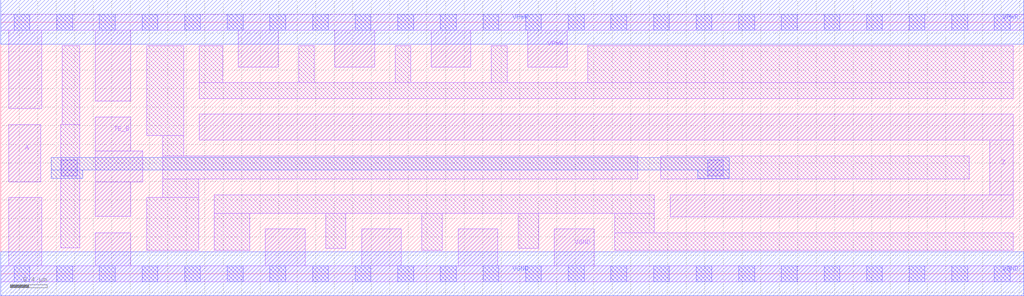
<source format=lef>
# Copyright 2020 The SkyWater PDK Authors
#
# Licensed under the Apache License, Version 2.0 (the "License");
# you may not use this file except in compliance with the License.
# You may obtain a copy of the License at
#
#     https://www.apache.org/licenses/LICENSE-2.0
#
# Unless required by applicable law or agreed to in writing, software
# distributed under the License is distributed on an "AS IS" BASIS,
# WITHOUT WARRANTIES OR CONDITIONS OF ANY KIND, either express or implied.
# See the License for the specific language governing permissions and
# limitations under the License.
#
# SPDX-License-Identifier: Apache-2.0

VERSION 5.7 ;
  NAMESCASESENSITIVE ON ;
  NOWIREEXTENSIONATPIN ON ;
  DIVIDERCHAR "/" ;
  BUSBITCHARS "[]" ;
UNITS
  DATABASE MICRONS 200 ;
END UNITS
PROPERTYDEFINITIONS
  MACRO maskLayoutSubType STRING ;
  MACRO prCellType STRING ;
  MACRO originalViewName STRING ;
END PROPERTYDEFINITIONS
MACRO sky130_fd_sc_hdll__ebufn_8
  CLASS CORE ;
  FOREIGN sky130_fd_sc_hdll__ebufn_8 ;
  ORIGIN  0.000000  0.000000 ;
  SIZE  11.04000 BY  2.720000 ;
  SYMMETRY X Y R90 ;
  SITE unithd ;
  PIN A
    ANTENNAGATEAREA  0.555000 ;
    DIRECTION INPUT ;
    USE SIGNAL ;
    PORT
      LAYER li1 ;
        RECT 0.085000 0.995000 0.430000 1.615000 ;
    END
  END A
  PIN TE_B
    ANTENNAGATEAREA  1.631100 ;
    DIRECTION INPUT ;
    USE SIGNAL ;
    PORT
      LAYER li1 ;
        RECT 1.020000 0.620000 1.405000 0.995000 ;
        RECT 1.020000 0.995000 1.530000 1.325000 ;
        RECT 1.020000 1.325000 1.405000 1.695000 ;
    END
  END TE_B
  PIN VGND
    ANTENNADIFFAREA  1.417000 ;
    DIRECTION INOUT ;
    USE SIGNAL ;
    PORT
      LAYER li1 ;
        RECT 0.000000 -0.085000 11.040000 0.085000 ;
        RECT 0.085000  0.085000  0.445000 0.825000 ;
        RECT 1.020000  0.085000  1.405000 0.445000 ;
        RECT 2.855000  0.085000  3.285000 0.485000 ;
        RECT 3.895000  0.085000  4.325000 0.485000 ;
        RECT 4.935000  0.085000  5.365000 0.485000 ;
        RECT 5.975000  0.085000  6.405000 0.485000 ;
      LAYER mcon ;
        RECT  0.145000 -0.085000  0.315000 0.085000 ;
        RECT  0.605000 -0.085000  0.775000 0.085000 ;
        RECT  1.065000 -0.085000  1.235000 0.085000 ;
        RECT  1.525000 -0.085000  1.695000 0.085000 ;
        RECT  1.985000 -0.085000  2.155000 0.085000 ;
        RECT  2.445000 -0.085000  2.615000 0.085000 ;
        RECT  2.905000 -0.085000  3.075000 0.085000 ;
        RECT  3.365000 -0.085000  3.535000 0.085000 ;
        RECT  3.825000 -0.085000  3.995000 0.085000 ;
        RECT  4.285000 -0.085000  4.455000 0.085000 ;
        RECT  4.745000 -0.085000  4.915000 0.085000 ;
        RECT  5.205000 -0.085000  5.375000 0.085000 ;
        RECT  5.665000 -0.085000  5.835000 0.085000 ;
        RECT  6.125000 -0.085000  6.295000 0.085000 ;
        RECT  6.585000 -0.085000  6.755000 0.085000 ;
        RECT  7.045000 -0.085000  7.215000 0.085000 ;
        RECT  7.505000 -0.085000  7.675000 0.085000 ;
        RECT  7.965000 -0.085000  8.135000 0.085000 ;
        RECT  8.425000 -0.085000  8.595000 0.085000 ;
        RECT  8.885000 -0.085000  9.055000 0.085000 ;
        RECT  9.345000 -0.085000  9.515000 0.085000 ;
        RECT  9.805000 -0.085000  9.975000 0.085000 ;
        RECT 10.265000 -0.085000 10.435000 0.085000 ;
        RECT 10.725000 -0.085000 10.895000 0.085000 ;
      LAYER met1 ;
        RECT 0.000000 -0.240000 11.040000 0.240000 ;
    END
  END VGND
  PIN VPWR
    ANTENNADIFFAREA  1.958400 ;
    DIRECTION INOUT ;
    USE SIGNAL ;
    PORT
      LAYER li1 ;
        RECT 0.000000 2.635000 11.040000 2.805000 ;
        RECT 0.085000 1.785000  0.445000 2.635000 ;
        RECT 1.020000 1.865000  1.405000 2.635000 ;
        RECT 2.565000 2.235000  2.995000 2.635000 ;
        RECT 3.605000 2.235000  4.035000 2.635000 ;
        RECT 4.645000 2.235000  5.075000 2.635000 ;
        RECT 5.685000 2.235000  6.115000 2.635000 ;
      LAYER mcon ;
        RECT  0.145000 2.635000  0.315000 2.805000 ;
        RECT  0.605000 2.635000  0.775000 2.805000 ;
        RECT  1.065000 2.635000  1.235000 2.805000 ;
        RECT  1.525000 2.635000  1.695000 2.805000 ;
        RECT  1.985000 2.635000  2.155000 2.805000 ;
        RECT  2.445000 2.635000  2.615000 2.805000 ;
        RECT  2.905000 2.635000  3.075000 2.805000 ;
        RECT  3.365000 2.635000  3.535000 2.805000 ;
        RECT  3.825000 2.635000  3.995000 2.805000 ;
        RECT  4.285000 2.635000  4.455000 2.805000 ;
        RECT  4.745000 2.635000  4.915000 2.805000 ;
        RECT  5.205000 2.635000  5.375000 2.805000 ;
        RECT  5.665000 2.635000  5.835000 2.805000 ;
        RECT  6.125000 2.635000  6.295000 2.805000 ;
        RECT  6.585000 2.635000  6.755000 2.805000 ;
        RECT  7.045000 2.635000  7.215000 2.805000 ;
        RECT  7.505000 2.635000  7.675000 2.805000 ;
        RECT  7.965000 2.635000  8.135000 2.805000 ;
        RECT  8.425000 2.635000  8.595000 2.805000 ;
        RECT  8.885000 2.635000  9.055000 2.805000 ;
        RECT  9.345000 2.635000  9.515000 2.805000 ;
        RECT  9.805000 2.635000  9.975000 2.805000 ;
        RECT 10.265000 2.635000 10.435000 2.805000 ;
        RECT 10.725000 2.635000 10.895000 2.805000 ;
      LAYER met1 ;
        RECT 0.000000 2.480000 11.040000 2.960000 ;
    END
  END VPWR
  PIN Z
    ANTENNADIFFAREA  2.024500 ;
    DIRECTION OUTPUT ;
    USE SIGNAL ;
    PORT
      LAYER li1 ;
        RECT  2.145000 1.445000 10.925000 1.725000 ;
        RECT  7.225000 0.615000 10.925000 0.855000 ;
        RECT 10.675000 0.855000 10.925000 1.445000 ;
    END
  END Z
  OBS
    LAYER li1 ;
      RECT 0.650000 0.280000  0.850000 1.615000 ;
      RECT 0.665000 1.615000  0.850000 2.465000 ;
      RECT 1.575000 0.255000  2.135000 0.825000 ;
      RECT 1.575000 1.495000  1.975000 2.465000 ;
      RECT 1.750000 0.825000  2.135000 1.025000 ;
      RECT 1.750000 1.025000  6.875000 1.275000 ;
      RECT 1.750000 1.275000  1.975000 1.495000 ;
      RECT 2.145000 1.895000 10.925000 2.065000 ;
      RECT 2.145000 2.065000  2.395000 2.465000 ;
      RECT 2.305000 0.255000  2.685000 0.655000 ;
      RECT 2.305000 0.655000  7.055000 0.855000 ;
      RECT 3.215000 2.065000  3.385000 2.465000 ;
      RECT 3.505000 0.275000  3.725000 0.655000 ;
      RECT 4.255000 2.065000  4.425000 2.465000 ;
      RECT 4.545000 0.255000  4.765000 0.655000 ;
      RECT 5.295000 2.065000  5.465000 2.465000 ;
      RECT 5.585000 0.275000  5.805000 0.655000 ;
      RECT 6.335000 2.065000 10.925000 2.465000 ;
      RECT 6.625000 0.255000 10.925000 0.445000 ;
      RECT 6.625000 0.445000  7.055000 0.655000 ;
      RECT 7.125000 1.025000 10.455000 1.275000 ;
    LAYER mcon ;
      RECT 0.655000 1.060000 0.825000 1.230000 ;
      RECT 7.630000 1.060000 7.800000 1.230000 ;
    LAYER met1 ;
      RECT 0.545000 1.030000 0.885000 1.120000 ;
      RECT 0.545000 1.120000 7.860000 1.260000 ;
      RECT 7.520000 1.030000 7.860000 1.120000 ;
  END
  PROPERTY maskLayoutSubType "abstract" ;
  PROPERTY prCellType "standard" ;
  PROPERTY originalViewName "layout" ;
END sky130_fd_sc_hdll__ebufn_8

</source>
